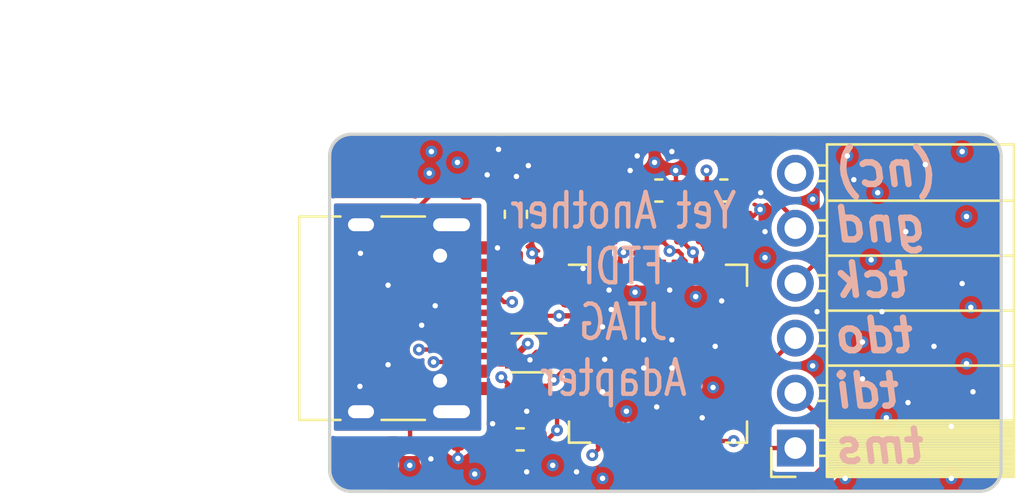
<source format=kicad_pcb>
(kicad_pcb (version 20221018) (generator pcbnew)
  (title_block (title "FT232H JTAG Programmer") (date "2020-12-26") (rev "v1.0") (company "GsD"))
  (layers (0 "F.Cu" signal) (1 "In1.Cu" signal) (2 "In2.Cu" signal) (31 "B.Cu" signal) (34 "B.Paste" user) (35 "F.Paste" user) (36 "B.SilkS" user "B.Silkscreen") (37 "F.SilkS" user "F.Silkscreen") (38 "B.Mask" user) (39 "F.Mask" user) (44 "Edge.Cuts" user))
  (net 0 "")
  (net 1 "Net-(C5-Pad1)")
  (net 2 "Net-(C7-Pad1)")
  (net 3 "+3V3")
  (net 4 "Net-(C8-Pad1)")
  (net 5 "Net-(C10-Pad1)")
  (net 6 "Net-(J1-Pad6)")
  (net 7 "no_connect_40")
  (net 8 "no_connect_39")
  (net 9 "no_connect_38")
  (net 10 "Net-(U1-Pad33)")
  (net 11 "Net-(U1-Pad32)")
  (net 12 "Net-(U1-Pad31)")
  (net 13 "Net-(U1-Pad30)")
  (net 14 "Net-(U1-Pad29)")
  (net 15 "Net-(U1-Pad28)")
  (net 16 "Net-(U1-Pad27)")
  (net 17 "Net-(U1-Pad26)")
  (net 18 "Net-(U1-Pad25)")
  (net 19 "Net-(U1-Pad21)")
  (net 20 "/JTAG_TCK")
  (net 21 "Net-(U1-Pad20)")
  (net 22 "Net-(U1-Pad19)")
  (net 23 "Net-(U1-Pad18)")
  (net 24 "Net-(U1-Pad17)")
  (net 25 "GND")
  (net 26 "+5V")
  (net 27 "/JTAG_TMS")
  (net 28 "Net-(C12-Pad1)")
  (net 29 "Net-(R8-Pad1)")
  (net 30 "Net-(C13-Pad1)")
  (net 31 "Net-(R9-Pad1)")
  (net 32 "/shield")
  (net 33 "/USB_DP")
  (net 34 "/USB_DM")
  (net 35 "/JTAG_TDO")
  (net 36 "/JTAG_TDI")
  (net 37 "Net-(J24-PadB8)")
  (net 38 "Net-(J24-PadA5)")
  (net 39 "Net-(J24-PadA8)")
  (net 40 "Net-(J24-PadB5)")
  (footprint "Capacitor_SMD:C_0402_1005Metric" (layer "F.Cu") (at 42.599999 50.95)
    (fp_text reference "C7" hide)
    (fp_text value "20pF" hide)
  )
  (footprint "Capacitor_SMD:C_0402_1005Metric" (layer "F.Cu") (at 44.225 53.815 90)
    (fp_text reference "C13" hide)
    (fp_text value "100n" hide)
  )
  (footprint "Capacitor_SMD:C_0603_1608Metric" (layer "F.Cu") (at 45.2 52.1 180)
    (fp_text reference "C3" hide)
    (fp_text value "4u7" hide)
  )
  (footprint "Resistor_SMD:R_0402_1005Metric" (layer "F.Cu") (at 49.225 53.815 90)
    (fp_text reference "R9" hide)
    (fp_text value "12k" hide)
  )
  (footprint "Capacitor_SMD:C_0402_1005Metric" (layer "F.Cu") (at 46.225 53.815 90)
    (fp_text reference "C4" hide)
    (fp_text value "100n" hide)
  )
  (footprint "Inductor_SMD:L_0402_1005Metric" (layer "F.Cu") (at 36.4 63.8)
    (fp_text reference "L1" hide)
    (fp_text value "600" hide)
  )
  (footprint "Inductor_SMD:L_0402_1005Metric" (layer "F.Cu") (at 39.8 56 -90)
    (fp_text reference "L2" hide)
    (fp_text value "600" hide)
  )
  (footprint "Resistor_SMD:R_0402_1005Metric" (layer "F.Cu") (at 38.25 56 90)
    (fp_text reference "R8" hide)
    (fp_text value "12k" hide)
  )
  (footprint "Connector_PinSocket_2.54mm:PinSocket_1x06_P2.54mm_Horizontal" (layer "F.Cu") (at 51.5 64 180)
    (fp_text reference "J1" hide)
    (fp_text value "Conn_01x06_Female" hide)
  )
  (footprint "Capacitor_SMD:C_0603_1608Metric" (layer "F.Cu") (at 48.2 52.1)
    (fp_text reference "C1" hide)
    (fp_text value "4u7" hide)
  )
  (footprint "Crystal:Crystal_SMD_3225-4Pin_3.2x2.5mm" (layer "F.Cu") (at 41.5 53.15 180)
    (fp_text reference "Y1" hide)
    (fp_text value "12MHz" hide)
  )
  (footprint "Package_TO_SOT_SMD:SOT-666" (layer "F.Cu") (at 39.2 59.6 180)
    (fp_text reference "U2" hide)
    (fp_text value "USBLC6-2P6" hide)
  )
  (footprint "Capacitor_SMD:C_0402_1005Metric" (layer "F.Cu") (at 40.400001 50.95 180)
    (fp_text reference "C8" hide)
    (fp_text value "20pF" hide)
  )
  (footprint "Resistor_SMD:R_0402_1005Metric" (layer "F.Cu") (at 38.4 61.8 90)
    (fp_text reference "R22" hide)
    (fp_text value "5.1k" hide)
  )
  (footprint "Connector_USB:USB_C_Receptacle_HRO_TYPE-C-31-M-12" (layer "F.Cu") (at 32.5 58 -90)
    (fp_text reference "J24" hide)
    (fp_text value "USB_C_Receptacle_USB2.0" hide)
  )
  (footprint "Capacitor_SMD:C_0402_1005Metric" (layer "F.Cu") (at 45.225 53.815 90)
    (fp_text reference "C2" hide)
    (fp_text value "100n" hide)
  )
  (footprint "Capacitor_SMD:C_0603_1608Metric" (layer "F.Cu") (at 38.6 53.2 90)
    (fp_text reference "C6" hide)
    (fp_text value "4u7" hide)
  )
  (footprint "Capacitor_SMD:C_0402_1005Metric" (layer "F.Cu") (at 39.8 61.8 -90)
    (fp_text reference "C12" hide)
    (fp_text value "100n" hide)
  )
  (footprint "gkl_logos:gsd_logo_small" (layer "F.Cu") (at 32.3 51.2)
    (fp_text reference "G***" hide)
    (fp_text value "LOGO" hide)
  )
  (footprint "Capacitor_SMD:C_0603_1608Metric" (layer "F.Cu") (at 38.8 63.6 180)
    (fp_text reference "C9" hide)
    (fp_text value "4u7" hide)
  )
  (footprint "Resistor_SMD:R_0402_1005Metric" (layer "F.Cu") (at 34.2 63.8 180)
    (fp_text reference "R1" hide)
    (fp_text value "1M" hide)
  )
  (footprint "Resistor_SMD:R_0402_1005Metric" (layer "F.Cu") (at 36.8 52.2 180)
    (fp_text reference "R21" hide)
    (fp_text value "5.1k" hide)
  )
  (footprint "Resistor_SMD:R_0402_1005Metric" (layer "F.Cu") (at 48.8 50.875 180)
    (fp_text reference "R20" hide)
    (fp_text value "12k" hide)
  )
  (footprint "Capacitor_SMD:C_0402_1005Metric" (layer "F.Cu") (at 48.225 53.815 90)
    (fp_text reference "C10" hide)
    (fp_text value "100n" hide)
  )
  (footprint "gkl_logos:oshw_small" (layer "F.Cu") (at 31.8 64.6)
    (fp_text reference "G***" hide)
    (fp_text value "LOGO" hide)
  )
  (footprint "Package_DFN_QFN:QFN-48-1EP_8x8mm_P0.5mm_EP6.2x6.2mm" (layer "F.Cu") (at 45.16 59.64)
    (fp_text reference "U1" hide)
    (fp_text value "FT232H" hide)
  )
  (footprint "Capacitor_SMD:C_0402_1005Metric" (layer "F.Cu") (at 47.225 53.815 90)
    (fp_text reference "C5" hide)
    (fp_text value "100n" hide)
  )
  (gr_line (start 30 65) (end 30 50.5) (stroke (width 0.15)) (layer "Edge.Cuts"))
  (gr_line (start 31 49.5) (end 60 49.5) (stroke (width 0.15)) (layer "Edge.Cuts"))
  (gr_arc (start 60 49.5) (mid 60.707107 49.792893) (end 61 50.5) (stroke (width 0.15)) (layer "Edge.Cuts"))
  (gr_arc (start 31 66) (mid 30.292893 65.707107) (end 30 65) (stroke (width 0.15)) (layer "Edge.Cuts"))
  (gr_arc (start 61 65) (mid 60.707107 65.707107) (end 60 66) (stroke (width 0.15)) (layer "Edge.Cuts"))
  (gr_line (start 60 66) (end 31 66) (stroke (width 0.15)) (layer "Edge.Cuts"))
  (gr_arc (start 30 50.5) (mid 30.292893 49.792893) (end 31 49.5) (stroke (width 0.15)) (layer "Edge.Cuts"))
  (gr_line (start 61 65) (end 61 50.5) (stroke (width 0.15)) (layer "Edge.Cuts"))
  (gr_text "tms" (at 57.7 63.92) (layer "B.SilkS") (effects (font (size 1.5 1.5) (thickness 0.3) italic) (justify left mirror)))
  (gr_text "tdo" (at 57.2 58.8) (layer "B.SilkS") (effects (font (size 1.5 1.5) (thickness 0.3) italic) (justify left mirror)))
  (gr_text "gnd" (at 57.7 53.68) (layer "B.SilkS") (effects (font (size 1.5 1.5) (thickness 0.3) italic) (justify left mirror)))
  (gr_text "(nc)" (at 58.271428 51.12) (layer "B.SilkS") (effects (font (size 1.5 1.5) (thickness 0.3) italic) (justify left mirror)))
  (gr_text "tck" (at 56.985714 56.24) (layer "B.SilkS") (effects (font (size 1.5 1.5) (thickness 0.3) italic) (justify left mirror)))
  (gr_text "Yet Another \nFTDI \nJTAG \nAdapter" (at 43.1 56.9) (layer "B.SilkS") (effects (font (size 1.6 1.2) (thickness 0.2)) (justify mirror)))
  (gr_text "tdi\n" (at 56.557142 61.36) (layer "B.SilkS") (effects (font (size 1.5 1.5) (thickness 0.3) italic) (justify left mirror)))
  (segment (start 47.41 54.91) (end 47.300001 54.800001) (width 0.2) (layer "F.Cu") (net 1))
  (segment (start 47.41 55.765) (end 47.41 55.135) (width 0.2) (layer "F.Cu") (net 1))
  (segment (start 47.300001 54.697999) (end 47.225 54.622998) (width 0.2) (layer "F.Cu") (net 1))
  (segment (start 47.41 55.135) (end 47.41 54.91) (width 0.2) (layer "F.Cu") (net 1))
  (segment (start 47.225 54.622998) (end 47.225 54.3) (width 0.2) (layer "F.Cu") (net 1))
  (segment (start 47.300001 54.800001) (end 47.300001 54.697999) (width 0.2) (layer "F.Cu") (net 1))
  (segment (start 41.5625 53.3375) (end 41.775 53.125) (width 0.2) (layer "F.Cu") (net 2))
  (segment (start 41.285 56.89) (end 40.95 56.555) (width 0.2) (layer "F.Cu") (net 2))
  (segment (start 41.775 53.125) (end 42.6 52.3) (width 0.2) (layer "F.Cu") (net 2))
  (segment (start 42.114999 51.814999) (end 42.6 52.3) (width 0.2) (layer "F.Cu") (net 2))
  (segment (start 40.95 55.375) (end 41.5625 54.7625) (width 0.2) (layer "F.Cu") (net 2))
  (segment (start 42.114999 50.95) (end 42.114999 51.814999) (width 0.2) (layer "F.Cu") (net 2))
  (segment (start 40.95 56.555) (end 40.95 55.375) (width 0.2) (layer "F.Cu") (net 2))
  (segment (start 41.5625 54.7625) (end 41.5625 53.3375) (width 0.2) (layer "F.Cu") (net 2))
  (segment (start 35.915 63.8) (end 35.915 64.465) (width 0.2) (layer "F.Cu") (net 3))
  (segment (start 46.91 55.085) (end 46.775 54.95) (width 0.2) (layer "F.Cu") (net 3))
  (segment (start 46.91 55.765) (end 46.91 55.085) (width 0.2) (layer "F.Cu") (net 3))
  (segment (start 46.225 54.4) (end 46.775 54.95) (width 0.2) (layer "F.Cu") (net 3))
  (segment (start 46.225 54.3) (end 46.225 54.4) (width 0.2) (layer "F.Cu") (net 3))
  (segment (start 39.8 55.45) (end 39.35 55) (width 0.2) (layer "F.Cu") (net 3))
  (segment (start 49.2 53.43) (end 49.42 53.43) (width 0.2) (layer "F.Cu") (net 3))
  (segment (start 39.8 55.515) (end 39.8 55.45) (width 0.2) (layer "F.Cu") (net 3))
  (segment (start 45.9875 51.1875) (end 45.975 51.175) (width 0.2) (layer "F.Cu") (net 3))
  (segment (start 49.42 53.43) (end 49.875 52.975) (width 0.2) (layer "F.Cu") (net 3))
  (segment (start 35.915 64.465) (end 35.925 64.475) (width 0.2) (layer "F.Cu") (net 3))
  (segment (start 45.9875 52.1) (end 45.9875 51.1875) (width 0.2) (layer "F.Cu") (net 3))
  (via (at 52.3 52.5) (size 0.55) (drill 0.25) (layers "F.Cu" "B.Cu") (net 3))
  (via (at 43.7 62.3) (size 0.55) (drill 0.25) (layers "F.Cu" "B.Cu") (net 3))
  (via (at 45.975 51.175) (size 0.55) (drill 0.25) (layers "F.Cu" "B.Cu") (net 3))
  (via (at 35.9 50.8) (size 0.55) (drill 0.25) (layers "F.Cu" "B.Cu") (net 3))
  (via (at 55 55.3) (size 0.55) (drill 0.25) (layers "F.Cu" "B.Cu") (net 3))
  (via (at 44.1 56.8) (size 0.55) (drill 0.25) (layers "F.Cu" "B.Cu") (net 3))
  (via (at 33.7 64.8) (size 0.55) (drill 0.25) (layers "F.Cu" "B.Cu") (net 3))
  (via (at 34.6 51.3) (size 0.55) (drill 0.25) (layers "F.Cu" "B.Cu") (net 3))
  (via (at 34.7 50.3) (size 0.55) (drill 0.25) (layers "F.Cu" "B.Cu") (net 3))
  (via (at 55.7 62.6) (size 0.55) (drill 0.25) (layers "F.Cu" "B.Cu") (net 3))
  (via (at 45 50.8) (size 0.55) (drill 0.25) (layers "F.Cu" "B.Cu") (net 3))
  (via (at 59.4 60.1) (size 0.55) (drill 0.25) (layers "F.Cu" "B.Cu") (net 3))
  (via (at 47.7 61.2) (size 0.55) (drill 0.25) (layers "F.Cu" "B.Cu") (net 3))
  (via (at 39.35 55) (size 0.55) (drill 0.25) (layers "F.Cu" "B.Cu") (net 3))
  (via (at 35.925 64.475) (size 0.55) (drill 0.25) (layers "F.Cu" "B.Cu") (net 3))
  (via (at 59.6 57.5) (size 0.55) (drill 0.25) (layers "F.Cu" "B.Cu") (net 3))
  (via (at 55.3 52.2) (size 0.55) (drill 0.25) (layers "F.Cu" "B.Cu") (net 3))
  (via (at 36.7 65.2) (size 0.55) (drill 0.25) (layers "F.Cu" "B.Cu") (net 3))
  (via (at 53.8 65.4) (size 0.55) (drill 0.25) (layers "F.Cu" "B.Cu") (net 3))
  (via (at 59.2 50.3) (size 0.55) (drill 0.25) (layers "F.Cu" "B.Cu") (net 3))
  (via (at 42.6 65.4) (size 0.55) (drill 0.25) (layers "F.Cu" "B.Cu") (net 3))
  (via (at 53.9 50.5) (size 0.55) (drill 0.25) (layers "F.Cu" "B.Cu") (net 3))
  (via (at 40.3 64.8) (size 0.55) (drill 0.25) (layers "F.Cu" "B.Cu") (net 3))
  (via (at 46.775 54.95) (size 0.55) (drill 0.25) (layers "F.Cu" "B.Cu") (net 3))
  (via (at 54.6 59.1) (size 0.55) (drill 0.25) (layers "F.Cu" "B.Cu") (net 3))
  (via (at 59.4 53.3) (size 0.55) (drill 0.25) (layers "F.Cu" "B.Cu") (net 3))
  (via (at 52.3 60.2) (size 0.55) (drill 0.25) (layers "F.Cu" "B.Cu") (net 3))
  (via (at 50.1 55.2) (size 0.55) (drill 0.25) (layers "F.Cu" "B.Cu") (net 3))
  (via (at 49.875 52.975) (size 0.55) (drill 0.25) (layers "F.Cu" "B.Cu") (net 3))
  (via (at 46.9 57) (size 0.55) (drill 0.25) (layers "F.Cu" "B.Cu") (net 3))
  (via (at 58.7 65.4) (size 0.55) (drill 0.25) (layers "F.Cu" "B.Cu") (net 3))
  (segment (start 40.4 54) (end 41.45 52.95) (width 0.2) (layer "F.Cu") (net 4))
  (segment (start 41.285 57.39) (end 40.81 57.39) (width 0.2) (layer "F.Cu") (net 4))
  (segment (start 41.45 52.95) (end 41.45 51.514999) (width 0.2) (layer "F.Cu") (net 4))
  (segment (start 40.4 56.98) (end 40.4 54) (width 0.2) (layer "F.Cu") (net 4))
  (segment (start 40.81 57.39) (end 40.4 56.98) (width 0.2) (layer "F.Cu") (net 4))
  (segment (start 41.45 51.514999) (end 40.885001 50.95) (width 0.2) (layer "F.Cu") (net 4))
  (segment (start 47.91 55.765) (end 47.91 55.065) (width 0.2) (layer "F.Cu") (net 5))
  (segment (start 47.91 55.065) (end 48.225 54.75) (width 0.2) (layer "F.Cu") (net 5))
  (segment (start 48.225 54.75) (end 48.225 54.3) (width 0.2) (layer "F.Cu") (net 5))
  (segment (start 42.41 64.04) (end 42.125 64.325) (width 0.2) (layer "F.Cu") (net 20))
  (segment (start 52.975 54.905) (end 51.5 56.38) (width 0.2) (layer "F.Cu") (net 20))
  (segment (start 49.285 51) (end 49.65 51) (width 0.2) (layer "F.Cu") (net 20))
  (segment (start 52.975 50.45) (end 52.975 54.905) (width 0.2) (layer "F.Cu") (net 20))
  (segment (start 52.575 50.05) (end 52.975 50.45) (width 0.2) (layer "F.Cu") (net 20))
  (segment (start 50.6 50.05) (end 52.575 50.05) (width 0.2) (layer "F.Cu") (net 20))
  (segment (start 42.41 63.515) (end 42.41 64.04) (width 0.2) (layer "F.Cu") (net 20))
  (segment (start 49.65 51) (end 50.6 50.05) (width 0.2) (layer "F.Cu") (net 20))
  (via (at 42.125 64.325) (size 0.55) (drill 0.25) (layers "F.Cu" "B.Cu") (net 20))
  (segment (start 36.545 61.25) (end 37.15 61.25) (width 0.2) (layer "F.Cu") (net 25))
  (segment (start 42.41 55.765) (end 41.765 55.765) (width 0.2) (layer "F.Cu") (net 25))
  (segment (start 34.685 63.8) (end 34.685 64.49) (width 0.2) (layer "F.Cu") (net 25))
  (segment (start 37.5 62.85) (end 37.525 62.875) (width 0.2) (layer "F.Cu") (net 25))
  (segment (start 42.6 54.925) (end 42.6 54) (width 0.2) (layer "F.Cu") (net 25))
  (segment (start 34.685 64.49) (end 34.675 64.5) (width 0.2) (layer "F.Cu") (net 25))
  (segment (start 37.975 54.75) (end 37.75 54.75) (width 0.2) (layer "F.Cu") (net 25))
  (segment (start 38.4 62.285) (end 39.085 62.285) (width 0.2) (layer "F.Cu") (net 25))
  (segment (start 41.285 60.89) (end 42.09 60.89) (width 0.2) (layer "F.Cu") (net 25))
  (segment (start 44.4125 51.7125) (end 43.875 51.175) (width 0.2) (layer "F.Cu") (net 25))
  (segment (start 38.6 52.4125) (end 38.6 51.475) (width 0.2) (layer "F.Cu") (net 25))
  (segment (start 49.035 56.89) (end 48.31 56.89) (width 0.2) (layer "F.Cu") (net 25))
  (segment (start 38.25 55.515) (end 38.25 55.025) (width 0.2) (layer "F.Cu") (net 25))
  (segment (start 47.225 53.33) (end 46.225 53.33) (width 0.2) (layer "F.Cu") (net 25))
  (segment (start 43.175 54) (end 43.745 53.43) (width 0.2) (layer "F.Cu") (net 25))
  (segment (start 42.91 55.765) (end 42.91 56.69) (width 0.2) (layer "F.Cu") (net 25))
  (segment (start 51.5 53.84) (end 51.5 53.45) (width 0.2) (layer "F.Cu") (net 25))
  (segment (start 40.61 61.89) (end 40.215 62.285) (width 0.2) (layer "F.Cu") (net 25))
  (segment (start 37.285 52.2) (end 37.285 51.385) (width 0.2) (layer "F.Cu") (net 25))
  (segment (start 37.285 51.385) (end 37.275 51.375) (width 0.2) (layer "F.Cu") (net 25))
  (segment (start 39.8 62.285) (end 39.115 62.285) (width 0.2) (layer "F.Cu") (net 25))
  (segment (start 45.41 56.41) (end 45.7 56.7) (width 0.2) (layer "F.Cu") (net 25))
  (segment (start 43.084999 50.95) (end 43.65 50.95) (width 0.2) (layer "F.Cu") (net 25))
  (segment (start 40.215 62.285) (end 39.8 62.285) (width 0.2) (layer "F.Cu") (net 25))
  (segment (start 39.085 62.285) (end 39.1 62.3) (width 0.2) (layer "F.Cu") (net 25))
  (segment (start 40.4 52.3) (end 39.95 51.85) (width 0.2) (layer "F.Cu") (net 25))
  (segment (start 51.5 53.45) (end 50.25 52.2) (width 0.2) (layer "F.Cu") (net 25))
  (segment (start 45.41 55.765) (end 45.41 56.41) (width 0.2) (layer "F.Cu") (net 25))
  (segment (start 41.765 55.765) (end 41.7 55.7) (width 0.2) (layer "F.Cu") (net 25))
  (segment (start 38.0125 63.6) (end 38.0125 63.3625) (width 0.2) (layer "F.Cu") (net 25))
  (segment (start 39.575 59.6) (end 39.25 59.925) (width 0.3) (layer "F.Cu") (net 25))
  (segment (start 49.035 57.39) (end 48.29 57.39) (width 0.2) (layer "F.Cu") (net 25))
  (segment (start 39.95 50.984999) (end 39.915001 50.95) (width 0.2) (layer "F.Cu") (net 25))
  (segment (start 48.1 57.2) (end 48.31 56.99) (width 0.2) (layer "F.Cu") (net 25))
  (segment (start 45.91 56.49) (end 45.7 56.7) (width 0.2) (layer "F.Cu") (net 25))
  (segment (start 48.315 51) (end 48.315 51.5275) (width 0.2) (layer "F.Cu") (net 25))
  (segment (start 45.225 53.33) (end 44.225 53.33) (width 0.2) (layer "F.Cu") (net 25))
  (segment (start 42.91 56.69) (end 42.9 56.7) (width 0.2) (layer "F.Cu") (net 25))
  (segment (start 38.6 51.475) (end 38.625 51.45) (width 0.2) (layer "F.Cu") (net 25))
  (segment (start 39.95 51.85) (end 39.95 50.984999) (width 0.2) (layer "F.Cu") (net 25))
  (segment (start 42.59 61.39) (end 42.6 61.4) (width 0.2) (layer "F.Cu") (net 25))
  (segment (start 42.6 54) (end 43.175 54) (width 0.2) (layer "F.Cu") (net 25))
  (segment (start 42.09 60.89) (end 42.6 61.4) (width 0.2) (layer "F.Cu") (net 25))
  (segment (start 43.745 53.43) (end 44.2 53.43) (width 0.2) (layer "F.Cu") (net 25))
  (segment (start 46.91 62.89) (end 47.2 62.6) (width 0.2) (layer "F.Cu") (net 25))
  (segment (start 39.915001 50.95) (end 39.175 50.95) (width 0.2) (layer "F.Cu") (net 25))
  (segment (start 37.75 54.75) (end 36.545 54.75) (width 0.2) (layer "F.Cu") (net 25))
  (segment (start 45.41 59.39) (end 45.16 59.64) (width 0.2) (layer "F.Cu") (net 25))
  (segment (start 48.9875 52.2) (end 49.9 52.2) (width 0.2) (layer "F.Cu") (net 25))
  (segment (start 38.0125 63.3625) (end 37.525 62.875) (width 0.2) (layer "F.Cu") (net 25))
  (segment (start 43.91 60.89) (end 45.16 59.64) (width 0.2) (layer "F.Cu") (net 25))
  (segment (start 46.91 63.515) (end 46.91 62.89) (width 0.2) (layer "F.Cu") (net 25))
  (segment (start 50.25 52.2) (end 49.9 52.2) (width 0.2) (layer "F.Cu") (net 25))
  (segment (start 38.25 55.025) (end 37.975 54.75) (width 0.2) (layer "F.Cu") (net 25))
  (segment (start 41.285 61.89) (end 40.61 61.89) (width 0.2) (layer "F.Cu") (net 25))
  (segment (start 48.225 53.33) (end 47.225 53.33) (width 0.2) (layer "F.Cu") (net 25))
  (segment (start 44.4125 52.2) (end 44.4125 51.7125) (width 0.2) (layer "F.Cu") (net 25))
  (segment (start 48.31 56.99) (end 48.31 56.89) (width 0.2) (layer "F.Cu") (net 25))
  (segment (start 44.2 53) (end 44.4125 52.7875) (width 0.2) (layer "F.Cu") (net 25))
  (segment (start 41.285 61.39) (end 42.59 61.39) (width 0.2) (layer "F.Cu") (net 25))
  (segment (start 41.285 58.39) (end 42.59 58.39) (width 0.2) (layer "F.Cu") (net 25))
  (segment (start 40.125 59.6) (end 39.575 59.6) (width 0.3) (layer "F.Cu") (net 25))
  (segment (start 39.115 62.285) (end 39.1 62.3) (width 0.2) (layer "F.Cu") (net 25))
  (segment (start 42.41 55.115) (end 42.6 54.925) (width 0.2) (layer "F.Cu") (net 25))
  (segment (start 37.15 61.25) (end 37.5 61.6) (width 0.2) (layer "F.Cu") (net 25))
  (segment (start 46.225 53.33) (end 45.225 53.33) (width 0.2) (layer "F.Cu") (net 25))
  (segment (start 44.4125 52.7875) (end 44.4125 52.2) (width 0.2) (layer "F.Cu") (net 25))
  (segment (start 48.29 57.39) (end 48.1 57.2) (width 0.2) (layer "F.Cu") (net 25))
  (segment (start 45.91 58.89) (end 45.16 59.64) (width 0.2) (layer "F.Cu") (net 25))
  (segment (start 47.41 62.81) (end 47.2 62.6) (width 0.2) (layer "F.Cu") (net 25))
  (segment (start 44.2 53.43) (end 44.2 53) (width 0.2) (layer "F.Cu") (net 25))
  (segment (start 43.65 50.95) (end 43.875 51.175) (width 0.2) (layer "F.Cu") (net 25))
  (segment (start 45.91 55.765) (end 45.91 56.49) (width 0.2) (layer "F.Cu") (net 25))
  (segment (start 37.5 61.6) (end 37.5 62.85) (width 0.2) (layer "F.Cu") (net 25))
  (segment (start 48.315 51.5275) (end 48.9875 52.2) (width 0.2) (layer "F.Cu") (net 25))
  (segment (start 47.41 63.515) (end 47.41 62.81) (width 0.2) (layer "F.Cu") (net 25))
  (segment (start 42.59 58.39) (end 42.6 58.4) (width 0.2) (layer "F.Cu") (net 25))
  (segment (start 42.41 55.765) (end 42.41 55.115) (width 0.2) (layer "F.Cu") (net 25))
  (via (at 45.8 60.3) (size 0.55) (drill 0.25) (layers "F.Cu" "B.Cu") (net 25))
  (via (at 44.5 59) (size 0.55) (drill 0.25) (layers "F.Cu" "B.Cu") (net 25))
  (via (at 39.175 50.95) (size 0.55) (drill 0.25) (layers "F.Cu" "B.Cu") (net 25))
  (via (at 37.75 54.75) (size 0.55) (drill 0.25) (layers "F.Cu" "B.Cu") (net 25))
  (via (at 58.7 63) (size 0.55) (drill 0.25) (layers "F.Cu" "B.Cu") (net 25))
  (via (at 48.1 57.2) (size 0.55) (drill 0.25) (layers "F.Cu" "B.Cu") (net 25))
  (via (at 44.2 50.5) (size 0.55) (drill 0.25) (layers "F.Cu" "B.Cu") (net 25))
  (via (at 42.6 58.4) (size 0.55) (drill 0.25) (layers "F.Cu" "B.Cu") (net 25))
  (via (at 56.6 54) (size 0.55) (drill 0.25) (layers "F.Cu" "B.Cu") (net 25))
  (via (at 44.5 60.3) (size 0.55) (drill 0.25) (layers "F.Cu" "B.Cu") (net 25))
  (via (at 41.4 65.1) (size 0.55) (drill 0.25) (layers "F.Cu" "B.Cu") (net 25))
  (via (at 45.1 62.1) (size 0.55) (drill 0.25) (layers "F.Cu" "B.Cu") (net 25))
  (via (at 39.25 59.925) (size 0.55) (drill 0.25) (layers "F.Cu" "B.Cu") (net 25))
  (via (at 47.8 59.3) (size 0.55) (drill 0.25) (layers "F.Cu" "B.Cu") (net 25))
  (via (at 45.7 56.7) (size 0.55) (drill 0.25) (layers "F.Cu" "B.Cu") (net 25))
  (via (at 55.5 57.7) (size 0.55) (drill 0.25) (layers "F.Cu" "B.Cu") (net 25))
  (via (at 56.7 61.9) (size 0.55) (drill 0.25) (layers "F.Cu" "B.Cu") (net 25))
  (via (at 42.7 59.9) (size 0.55) (drill 0.25) (layers "F.Cu" "B.Cu") (net 25))
  (via (at 54.6 60.8) (size 0.55) (drill 0.25) (layers "F.Cu" "B.Cu") (net 25))
  (via (at 43 57.6) (size 0.55) (drill 0.25) (layers "F.Cu" "B.Cu") (net 25))
  (via (at 42.9 56.7) (size 0.55) (drill 0.25) (layers "F.Cu" "B.Cu") (net 25))
  (via (at 37.525 62.875) (size 0.55) (drill 0.25) (layers "F.Cu" "B.Cu") (net 25))
  (via (at 42.6 61.4) (size 0.55) (drill 0.25) (layers "F.Cu" "B.Cu") (net 25))
  (via (at 47.2 62.6) (size 0.55) (drill 0.25) (layers "F.Cu" "B.Cu") (net 25))
  (via (at 43.875 51.175) (size 0.55) (drill 0.25) (layers "F.Cu" "B.Cu") (net 25))
  (via (at 38.625 51.45) (size 0.55) (drill 0.25) (layers "F.Cu" "B.Cu") (net 25))
  (via (at 45.8 50.3) (size 0.55) (drill 0.25) (layers "F.Cu" "B.Cu") (net 25))
  (via (at 41.7 55.7) (size 0.55) (drill 0.25) (layers "F.Cu" "B.Cu") (net 25))
  (via (at 49.9 52.2) (size 0.55) (drill 0.25) (layers "F.Cu" "B.Cu") (net 25))
  (via (at 57.5 50.9) (size 0.55) (drill 0.25) (layers "F.Cu" "B.Cu") (net 25))
  (via (at 54.2 51.6) (size 0.55) (drill 0.25) (layers "F.Cu" "B.Cu") (net 25))
  (via (at 50.1 54) (size 0.55) (drill 0.25) (layers "F.Cu" "B.Cu") (net 25))
  (via (at 37.275 51.375) (size 0.55) (drill 0.25) (layers "F.Cu" "B.Cu") (net 25))
  (via (at 59.7 61.4) (size 0.55) (drill 0.25) (layers "F.Cu" "B.Cu") (net 25))
  (via (at 52.5 57.7) (size 0.55) (drill 0.25) (layers "F.Cu" "B.Cu") (net 25))
  (via (at 59.2 56.4) (size 0.55) (drill 0.25) (layers "F.Cu" "B.Cu") (net 25))
  (via (at 57.9 59.3) (size 0.55) (drill 0.25) (layers "F.Cu" "B.Cu") (net 25))
  (via (at 34.675 64.5) (size 0.55) (drill 0.25) (layers "F.Cu" "B.Cu") (net 25))
  (via (at 37.8 50.2) (size 0.55) (drill 0.25) (layers "F.Cu" "B.Cu") (net 25))
  (via (at 45.8 59) (size 0.55) (drill 0.25) (layers "F.Cu" "B.Cu") (net 25))
  (via (at 39.1 65.1) (size 0.55) (drill 0.25) (layers "F.Cu" "B.Cu") (net 25))
  (via (at 39.1 62.3) (size 0.55) (drill 0.25) (layers "F.Cu" "B.Cu") (net 25))
  (segment (start 45.70105 54.9) (end 45.691766 54.890716) (width 0.2) (layer "F.Cu") (net 26))
  (segment (start 38.725 59.6) (end 39.15 59.175) (width 0.3) (layer "F.Cu") (net 26))
  (segment (start 45.825 54.9) (end 45.70105 54.9) (width 0.2) (layer "F.Cu") (net 26))
  (segment (start 35.275 60.025) (end 34.8 60.025) (width 0.2) (layer "F.Cu") (net 26))
  (segment (start 38.05 57.25) (end 38.425 57.25) (width 0.2) (layer "F.Cu") (net 26))
  (segment (start 38.275 59.6) (end 38.725 59.6) (width 0.3) (layer "F.Cu") (net 26))
  (segment (start 46.25 55.05) (end 46.1 54.9) (width 0.2) (layer "F.Cu") (net 26))
  (segment (start 46.25 55.188044) (end 46.25 55.05) (width 0.2) (layer "F.Cu") (net 26))
  (segment (start 45.825 54.9) (end 45.225 54.3) (width 0.2) (layer "F.Cu") (net 26))
  (segment (start 47.4125 52.1) (end 47.4125 51.1875) (width 0.2) (layer "F.Cu") (net 26))
  (segment (start 37.35 55.55) (end 37.625 55.825) (width 0.2) (layer "F.Cu") (net 26))
  (segment (start 46.1 54.9) (end 45.825 54.9) (width 0.2) (layer "F.Cu") (net 26))
  (segment (start 47.4125 51.1875) (end 47.4 51.175) (width 0.2) (layer "F.Cu") (net 26))
  (segment (start 36.545 55.55) (end 37.35 55.55) (width 0.2) (layer "F.Cu") (net 26))
  (segment (start 37.625 55.825) (end 37.625 56.825) (width 0.2) (layer "F.Cu") (net 26))
  (segment (start 46.41 55.348044) (end 46.25 55.188044) (width 0.2) (layer "F.Cu") (net 26))
  (segment (start 46.41 55.765) (end 46.41 55.348044) (width 0.2) (layer "F.Cu") (net 26))
  (segment (start 36.545 60.45) (end 35.7 60.45) (width 0.2) (layer "F.Cu") (net 26))
  (segment (start 37.625 56.825) (end 38.05 57.25) (width 0.2) (layer "F.Cu") (net 26))
  (segment (start 35.7 60.45) (end 35.275 60.025) (width 0.2) (layer "F.Cu") (net 26))
  (via (at 34.8 60.025) (size 0.55) (drill 0.25) (layers "F.Cu" "B.Cu") (net 26))
  (via (at 45.691766 54.890716) (size 0.55) (drill 0.25) (layers "F.Cu" "B.Cu") (net 26))
  (via (at 38.425 57.25) (size 0.55) (drill 0.25) (layers "F.Cu" "B.Cu") (net 26))
  (via (at 47.4 51.175) (size 0.55) (drill 0.25) (layers "F.Cu" "B.Cu") (net 26))
  (via (at 39.15 59.175) (size 0.55) (drill 0.25) (layers "F.Cu" "B.Cu") (net 26))
  (segment (start 43.91 63.515) (end 43.91 63.935) (width 0.2) (layer "F.Cu") (net 27))
  (segment (start 43.91 63.935) (end 44.4 64.425) (width 0.2) (layer "F.Cu") (net 27))
  (segment (start 49.625 64.425) (end 50.05 64) (width 0.2) (layer "F.Cu") (net 27))
  (segment (start 44.725 64.425) (end 49.625 64.425) (width 0.2) (layer "F.Cu") (net 27))
  (segment (start 44.4 64.425) (end 44.725 64.425) (width 0.2) (layer "F.Cu") (net 27))
  (segment (start 50.05 64) (end 51.5 64) (width 0.2) (layer "F.Cu") (net 27))
  (segment (start 40.59 57.89) (end 41.285 57.89) (width 0.2) (layer "F.Cu") (net 28))
  (segment (start 40.81 60.39) (end 40.35 60.85) (width 0.2) (layer "F.Cu") (net 28))
  (segment (start 40.04 57.89) (end 40.39 57.89) (width 0.2) (layer "F.Cu") (net 28))
  (segment (start 39.8 56.485) (end 39.8 57.65) (width 0.2) (layer "F.Cu") (net 28))
  (segment (start 38.824998 55.509998) (end 38.824998 54.999998) (width 0.2) (layer "F.Cu") (net 28))
  (segment (start 38.6 53.9875) (end 38.6 54.775) (width 0.2) (layer "F.Cu") (net 28))
  (segment (start 39.8 56.485) (end 38.824998 55.509998) (width 0.2) (layer "F.Cu") (net 28))
  (segment (start 39.8 57.65) (end 40.04 57.89) (width 0.2) (layer "F.Cu") (net 28))
  (segment (start 38.6 54.775) (end 38.824998 54.999998) (width 0.2) (layer "F.Cu") (net 28))
  (segment (start 40.39 57.89) (end 40.59 57.89) (width 0.2) (layer "F.Cu") (net 28))
  (segment (start 41.285 60.39) (end 40.81 60.39) (width 0.2) (layer "F.Cu") (net 28))
  (segment (start 39.885 61.315) (end 39.8 61.315) (width 0.2) (layer "F.Cu") (net 28))
  (segment (start 40.35 60.85) (end 39.885 61.315) (width 0.2) (layer "F.Cu") (net 28))
  (via (at 40.35 60.85) (size 0.55) (drill 0.25) (layers "F.Cu" "B.Cu") (net 28))
  (via (at 40.59 57.89) (size 0.55) (drill 0.25) (layers "F.Cu" "B.Cu") (net 28))
  (segment (start 40.74 58.89) (end 40.475 58.625) (width 0.2) (layer "F.Cu") (net 29))
  (segment (start 41.285 58.89) (end 40.74 58.89) (width 0.2) (layer "F.Cu") (net 29))
  (segment (start 38.885 56.485) (end 38.25 56.485) (width 0.2) (layer "F.Cu") (net 29))
  (segment (start 39.45 57.825) (end 39.45 57.25) (width 0.2) (layer "F.Cu") (net 29))
  (segment (start 39.45 57.25) (end 39.1 56.9) (width 0.2) (layer "F.Cu") (net 29))
  (segment (start 40.175 58.325) (end 39.95 58.325) (width 0.2) (layer "F.Cu") (net 29))
  (segment (start 39.1 56.7) (end 38.885 56.485) (width 0.2) (layer "F.Cu") (net 29))
  (segment (start 40.475 58.625) (end 40.175 58.325) (width 0.2) (layer "F.Cu") (net 29))
  (segment (start 39.1 56.9) (end 39.1 56.7) (width 0.2) (layer "F.Cu") (net 29))
  (segment (start 39.95 58.325) (end 39.45 57.825) (width 0.2) (layer "F.Cu") (net 29))
  (segment (start 36.885 63.8) (end 37.485 64.4) (width 0.2) (layer "F.Cu") (net 30))
  (segment (start 40.075 63.6) (end 40.375 63.3) (width 0.2) (layer "F.Cu") (net 30))
  (segment (start 40.685 62.39) (end 40.5 62.575) (width 0.2) (layer "F.Cu") (net 30))
  (segment (start 47.91 63.515) (end 48.07 63.675) (width 0.2) (layer "F.Cu") (net 30))
  (segment (start 43.41 55.19) (end 43.6 55) (width 0.2) (layer "F.Cu") (net 30))
  (segment (start 38.7875 64.4) (end 39.5875 63.6) (width 0.2) (layer "F.Cu") (net 30))
  (segment (start 43.6 55) (end 44.075 55) (width 0.2) (layer "F.Cu") (net 30))
  (segment (start 44.075 55) (end 44.2 54.875) (width 0.2) (layer "F.Cu") (net 30))
  (segment (start 48.07 63.675) (end 48.65 63.675) (width 0.2) (layer "F.Cu") (net 30))
  (segment (start 39.5875 63.6) (end 40.075 63.6) (width 0.2) (layer "F.Cu") (net 30))
  (segment (start 37.485 64.4) (end 38.7875 64.4) (width 0.2) (layer "F.Cu") (net 30))
  (segment (start 44.2 54.875) (end 44.2 54.4) (width 0.2) (layer "F.Cu") (net 30))
  (segment (start 43.41 55.765) (end 43.41 55.19) (width 0.2) (layer "F.Cu") (net 30))
  (segment (start 41.285 62.39) (end 40.685 62.39) (width 0.2) (layer "F.Cu") (net 30))
  (segment (start 40.5 62.575) (end 40.5 63.175) (width 0.2) (layer "F.Cu") (net 30))
  (segment (start 40.5 63.175) (end 40.375 63.3) (width 0.2) (layer "F.Cu") (net 30))
  (via (at 48.65 63.675) (size 0.55) (drill 0.25) (layers "F.Cu" "B.Cu") (net 30))
  (via (at 40.5 63.175) (size 0.55) (drill 0.25) (layers "F.Cu" "B.Cu") (net 30))
  (via (at 43.564171 54.956965) (size 0.55) (drill 0.25) (layers "F.Cu" "B.Cu") (net 30))
  (segment (start 49.2 55.875) (end 49.95 56.625) (width 0.2) (layer "F.Cu") (net 31))
  (segment (start 49.95 57.625) (end 49.95 56.625) (width 0.2) (layer "F.Cu") (net 31))
  (segment (start 49.685 57.89) (end 49.95 57.625) (width 0.2) (layer "F.Cu") (net 31))
  (segment (start 49.2 54.4) (end 49.2 55.875) (width 0.2) (layer "F.Cu") (net 31))
  (segment (start 49.035 57.89) (end 49.685 57.89) (width 0.2) (layer "F.Cu") (net 31))
  (segment (start 34.03 62.32) (end 35.63 62.32) (width 0.2) (layer "F.Cu") (net 32))
  (segment (start 33.715 62.635) (end 34.03 62.32) (width 0.2) (layer "F.Cu") (net 32))
  (segment (start 33.715 63.8) (end 33.715 62.635) (width 0.2) (layer "F.Cu") (net 32))
  (via (at 31.4 61.15) (size 0.55) (drill 0.25) (layers "F.Cu" "B.Cu") (net 32))
  (via (at 32.7 56.475) (size 0.55) (drill 0.25) (layers "F.Cu" "B.Cu") (net 32))
  (via (at 31.425 55) (size 0.55) (drill 0.25) (layers "F.Cu" "B.Cu") (net 32))
  (via (at 34.25 58.325) (size 0.55) (drill 0.25) (layers "F.Cu" "B.Cu") (net 32))
  (via (at 34.875 57.425) (size 0.55) (drill 0.25) (layers "F.Cu" "B.Cu") (net 32))
  (via (at 32.7 60.15) (size 0.55) (drill 0.25) (layers "F.Cu" "B.Cu") (net 32))
  (segment (start 38.925 60.475) (end 39.525 60.475) (width 0.2) (layer "F.Cu") (net 33))
  (segment (start 39.8625 60.1375) (end 40.05 60.1375) (width 0.2) (layer "F.Cu") (net 33))
  (segment (start 40.81 59.89) (end 41.285 59.89) (width 0.2) (layer "F.Cu") (net 33))
  (segment (start 35.475 58.5) (end 35.475 57.975) (width 0.2) (layer "F.Cu") (net 33))
  (segment (start 38.5875 60.1375) (end 38.925 60.475) (width 0.2) (layer "F.Cu") (net 33))
  (segment (start 37.675 59.975) (end 37.8375 60.1375) (width 0.2) (layer "F.Cu") (net 33))
  (segment (start 37.8375 60.1375) (end 38.35 60.1375) (width 0.2) (layer "F.Cu") (net 33))
  (segment (start 37.675 59.025) (end 37.675 59.975) (width 0.2) (layer "F.Cu") (net 33))
  (segment (start 35.7 57.75) (end 36.545 57.75) (width 0.2) (layer "F.Cu") (net 33))
  (segment (start 40.05 60.1375) (end 40.5625 60.1375) (width 0.2) (layer "F.Cu") (net 33))
  (segment (start 36.545 58.75) (end 35.725 58.75) (width 0.2) (layer "F.Cu") (net 33))
  (segment (start 40.5625 60.1375) (end 40.81 59.89) (width 0.2) (layer "F.Cu") (net 33))
  (segment (start 36.545 58.75) (end 37.4 58.75) (width 0.2) (layer "F.Cu") (net 33))
  (segment (start 38.35 60.1375) (end 38.5875 60.1375) (width 0.2) (layer "F.Cu") (net 33))
  (segment (start 35.725 58.75) (end 35.475 58.5) (width 0.2) (layer "F.Cu") (net 33))
  (segment (start 35.475 57.975) (end 35.7 57.75) (width 0.2) (layer "F.Cu") (net 33))
  (segment (start 39.525 60.475) (end 39.8625 60.1375) (width 0.2) (layer "F.Cu") (net 33))
  (segment (start 37.4 58.75) (end 37.675 59.025) (width 0.2) (layer "F.Cu") (net 33))
  (segment (start 39.45 58.625) (end 38.95 58.625) (width 0.2) (layer "F.Cu") (net 34))
  (segment (start 40.743568 59.39) (end 41.285 59.39) (width 0.2) (layer "F.Cu") (net 34))
  (segment (start 40.05 59.0625) (end 40.416068 59.0625) (width 0.2) (layer "F.Cu") (net 34))
  (segment (start 39.8875 59.0625) (end 39.45 58.625) (width 0.2) (layer "F.Cu") (net 34))
  (segment (start 40.416068 59.0625) (end 40.743568 59.39) (width 0.2) (layer "F.Cu") (net 34))
  (segment (start 37.6 58.175) (end 37.525 58.25) (width 0.2) (layer "F.Cu") (net 34))
  (segment (start 38.35 59.0625) (end 38.3375 59.0625) (width 0.2) (layer "F.Cu") (net 34))
  (segment (start 37.525 58.25) (end 36.545 58.25) (width 0.2) (layer "F.Cu") (net 34))
  (segment (start 38.5125 59.0625) (end 38.35 59.0625) (width 0.2) (layer "F.Cu") (net 34))
  (segment (start 36.545 57.25) (end 37.4 57.25) (width 0.2) (layer "F.Cu") (net 34))
  (segment (start 37.4 57.25) (end 37.6 57.45) (width 0.2) (layer "F.Cu") (net 34))
  (segment (start 37.6 57.45) (end 37.6 58.175) (width 0.2) (layer "F.Cu") (net 34))
  (segment (start 38.3375 59.0625) (end 37.525 58.25) (width 0.2) (layer "F.Cu") (net 34))
  (segment (start 40.05 59.0625) (end 39.8875 59.0625) (width 0.2) (layer "F.Cu") (net 34))
  (segment (start 38.95 58.625) (end 38.5125 59.0625) (width 0.2) (layer "F.Cu") (net 34))
  (segment (start 52.799989 63.149989) (end 52.799989 63.200011) (width 0.2) (layer "F.Cu") (net 35))
  (segment (start 52.369979 62.719979) (end 51.131977 62.719979) (width 0.2) (layer "F.Cu") (net 35))
  (segment (start 43.41 63.515) (end 43.41 64.01) (width 0.2) (layer "F.Cu") (net 35))
  (segment (start 49.825 64.775) (end 50.275 65.225) (width 0.2) (layer "F.Cu") (net 35))
  (segment (start 50.894979 62.719979) (end 50.6625 62.4875) (width 0.2) (layer "F.Cu") (net 35))
  (segment (start 50.3 60.12) (end 50.3 62.125) (width 0.2) (layer "F.Cu") (net 35))
  (segment (start 52.369979 62.719979) (end 52.799989 63.149989) (width 0.2) (layer "F.Cu") (net 35))
  (segment (start 52.799989 64.825011) (end 52.799989 63.200011) (width 0.2) (layer "F.Cu") (net 35))
  (segment (start 43.41 64.01) (end 44.175 64.775) (width 0.2) (layer "F.Cu") (net 35))
  (segment (start 50.275 65.225) (end 52.4 65.225) (width 0.2) (layer "F.Cu") (net 35))
  (segment (start 52.4 65.225) (end 52.799989 64.825011) (width 0.2) (layer "F.Cu") (net 35))
  (segment (start 50.7225 59.6975) (end 50.3 60.12) (width 0.2) (layer "F.Cu") (net 35))
  (segment (start 51.131977 62.719979) (end 50.894979 62.719979) (width 0.2) (layer "F.Cu") (net 35))
  (segment (start 50.3 62.125) (end 50.6625 62.4875) (width 0.2) (layer "F.Cu") (net 35))
  (segment (start 44.175 64.775) (end 49.825 64.775) (width 0.2) (layer "F.Cu") (net 35))
  (segment (start 50.7225 59.6975) (end 51.5 58.92) (width 0.2) (layer "F.Cu") (net 35))
  (segment (start 42.91 64.135) (end 43.95 65.175) (width 0.2) (layer "F.Cu") (net 36))
  (segment (start 42.91 63.515) (end 42.91 64.135) (width 0.2) (layer "F.Cu") (net 36))
  (segment (start 49.625 65.175) (end 50.05 65.6) (width 0.2) (layer "F.Cu") (net 36))
  (segment (start 43.95 65.175) (end 49.625 65.175) (width 0.2) (layer "F.Cu") (net 36))
  (segment (start 50.05 65.6) (end 52.7 65.6) (width 0.2) (layer "F.Cu") (net 36))
  (segment (start 52.7 65.6) (end 53.15 65.15) (width 0.2) (layer "F.Cu") (net 36))
  (segment (start 53.149999 62.575001) (end 52.944967 62.369969) (width 0.2) (layer "F.Cu") (net 36))
  (segment (start 53.15 65.15) (end 53.149999 62.575001) (width 0.2) (layer "F.Cu") (net 36))
  (segment (start 52.409969 62.369969) (end 51.5 61.46) (width 0.2) (layer "F.Cu") (net 36))
  (segment (start 52.944967 62.369969) (end 52.409969 62.369969) (width 0.2) (layer "F.Cu") (net 36))
  (segment (start 36.545 56.75) (end 34.9 56.75) (width 0.2) (layer "F.Cu") (net 38))
  (segment (start 34.125 55.975) (end 34.125 52.85) (width 0.2) (layer "F.Cu") (net 38))
  (segment (start 34.9 56.75) (end 34.125 55.975) (width 0.2) (layer "F.Cu") (net 38))
  (segment (start 34.775 52.2) (end 36.315 52.2) (width 0.2) (layer "F.Cu") (net 38))
  (segment (start 34.125 52.85) (end 34.775 52.2) (width 0.2) (layer "F.Cu") (net 38))
  (segment (start 36.545 59.75) (end 35.625 59.75) (width 0.2) (layer "F.Cu") (net 40))
  (segment (start 35.625 59.75) (end 35.325 59.45) (width 0.2) (layer "F.Cu") (net 40))
  (segment (start 38.4 61.2) (end 37.925 60.725) (width 0.2) (layer "F.Cu") (net 40))
  (segment (start 35.325 59.45) (end 34.125 59.45) (width 0.2) (layer "F.Cu") (net 40))
  (segment (start 38.4 61.315) (end 38.4 61.2) (width 0.2) (layer "F.Cu") (net 40))
  (via (at 34.125 59.45) (size 0.55) (drill 0.25) (layers "F.Cu" "B.Cu") (net 40))
  (via (at 37.925 60.725) (size 0.55) (drill 0.25) (layers "F.Cu" "B.Cu") (net 40))
  (zone (net 3) (net_name "+3V3") (layers "F.Cu" "In2.Cu") (connect_pads no (clearance 0.25)) (min_thickness 0.15) (fill yes (thermal_gap 0.15) (thermal_bridge_width 0.2))
    (polygon (pts (xy 30 49.5) (xy 62 49.5) (xy 62 66) (xy 30 66)))
  )
  (zone (net 32) (net_name "/shield") (layers "F&B.Cu") (priority 2) (connect_pads yes (clearance 0.15)) (min_thickness 0.15) (fill yes (thermal_gap 0.15) (thermal_bridge_width 0.2))
    (polygon (pts (xy 30.2 63.2) (xy 37 63.2) (xy 37 52.7) (xy 30.2 52.7)))
  )
  (zone (net 25) (net_name "GND") (layers "In1.Cu" "B.Cu") (connect_pads no (clearance 0.25)) (min_thickness 0.15) (fill yes (thermal_gap 0.15) (thermal_bridge_width 0.2))
    (polygon (pts (xy 30 49.5) (xy 62 49.5) (xy 62 66) (xy 30 66)))
  )
)
</source>
